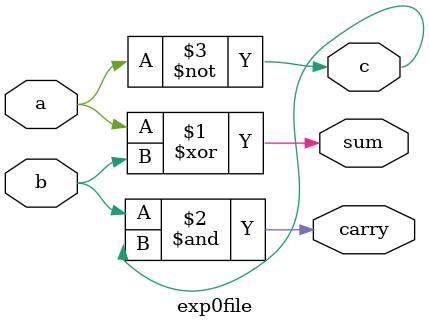
<source format=v>
`timescale 1ns / 1ps
module exp0file(
    input a,
    input b,
    output c,
    output carry,
    output sum
    );
    wire c;
    xor(sum,a,b);
    not(c,a);
    and(carry, b,c);
    
endmodule

</source>
